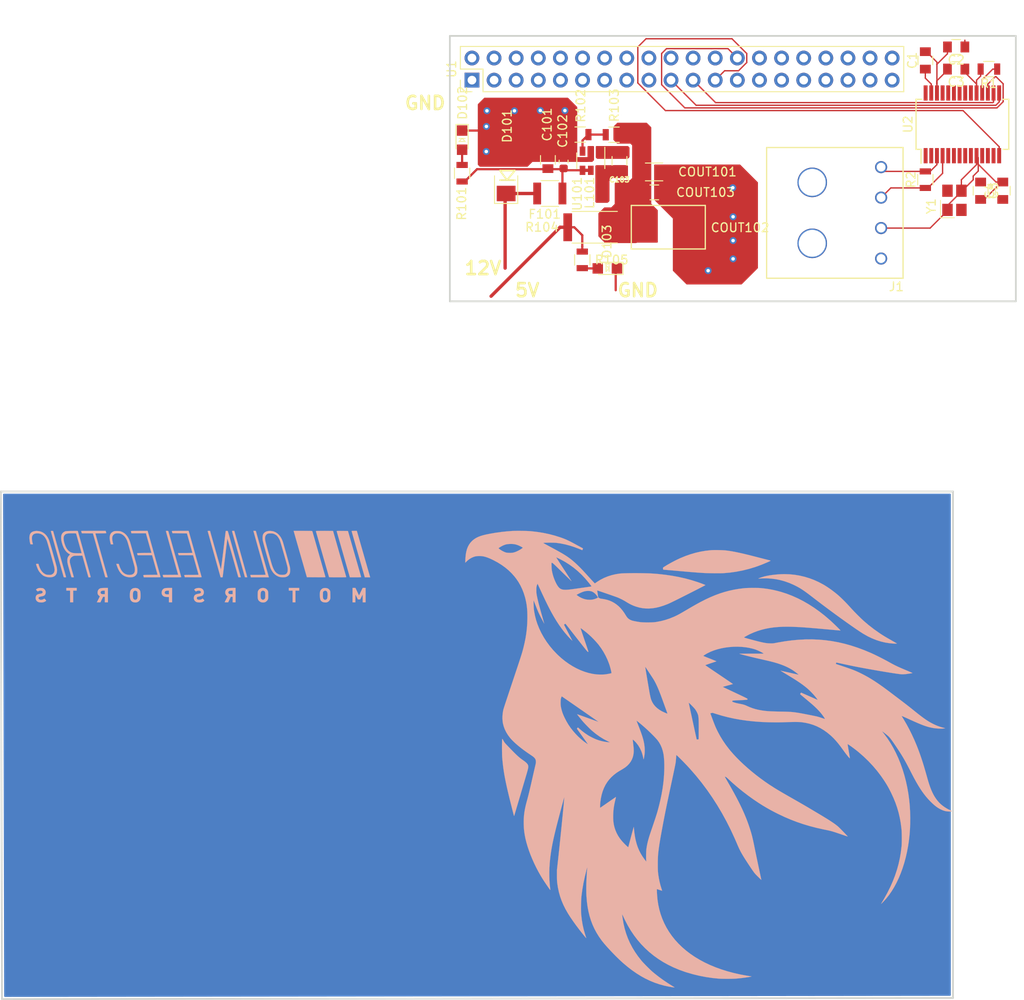
<source format=kicad_pcb>
(kicad_pcb (version 20171130) (host pcbnew 5.1.4-e60b266~84~ubuntu18.04.1)
  (layers (0 F.Cu signal) (31 B.Cu signal hide) (34 B.Paste user) (35 F.Paste user) (36 B.SilkS user) (37 F.SilkS user) (38 B.Mask user) (39 F.Mask user) (44 Edge.Cuts user))
  (net 0 "")
  (net 1 GND)
  (net 2 /12V)
  (net 3 VCC)
  (net 4 "Net-(C101-Pad1)")
  (net 5 "Net-(C103-Pad2)")
  (net 6 "Net-(C103-Pad1)")
  (net 7 "Net-(COUT101-Pad1)")
  (net 8 "Net-(D102-Pad2)")
  (net 9 "Net-(D103-Pad2)")
  (net 10 "Net-(R102-Pad1)")
  (net 11 "Net-(C4-Pad1)")
  (net 12 "Net-(C5-Pad1)")
  (net 13 +12V)
  (net 14 /CAN_LO)
  (net 15 /CAN_HI)
  (net 16 /RESET)
  (net 17 "Net-(U2-Pad2)")
  (net 18 "Net-(U2-Pad5)")
  (net 19 "Net-(U2-Pad6)")
  (net 20 "Net-(U2-Pad7)")
  (net 21 "Net-(U2-Pad11)")
  (net 22 "Net-(U2-Pad12)")
  (net 23 "Net-(U2-Pad13)")
  (net 24 /SCK)
  (net 25 /MOSI)
  (net 26 /MISO)
  (net 27 /~CS)
  (net 28 "Net-(U2-Pad20)")
  (net 29 "Net-(U2-Pad21)")
  (net 30 "Net-(U2-Pad22)")
  (net 31 "Net-(U2-Pad23)")
  (net 32 "Net-(U2-Pad25)")
  (net 33 "Net-(U1-Pad1)")
  (net 34 "Net-(U1-Pad2)")
  (net 35 "Net-(U1-Pad3)")
  (net 36 "Net-(U1-Pad5)")
  (net 37 "Net-(U1-Pad7)")
  (net 38 "Net-(U1-Pad8)")
  (net 39 "Net-(U1-Pad9)")
  (net 40 "Net-(U1-Pad10)")
  (net 41 "Net-(U1-Pad11)")
  (net 42 "Net-(U1-Pad12)")
  (net 43 "Net-(U1-Pad13)")
  (net 44 "Net-(U1-Pad14)")
  (net 45 "Net-(U1-Pad15)")
  (net 46 "Net-(U1-Pad16)")
  (net 47 "Net-(U1-Pad17)")
  (net 48 "Net-(U1-Pad18)")
  (net 49 "Net-(U1-Pad20)")
  (net 50 "Net-(U1-Pad22)")
  (net 51 "Net-(U1-Pad24)")
  (net 52 "Net-(U1-Pad25)")
  (net 53 "Net-(U1-Pad27)")
  (net 54 "Net-(U1-Pad28)")
  (net 55 "Net-(U1-Pad29)")
  (net 56 "Net-(U1-Pad30)")
  (net 57 "Net-(U1-Pad31)")
  (net 58 "Net-(U1-Pad32)")
  (net 59 "Net-(U1-Pad33)")
  (net 60 "Net-(U1-Pad34)")
  (net 61 "Net-(U1-Pad35)")
  (net 62 "Net-(U1-Pad36)")
  (net 63 "Net-(U1-Pad37)")
  (net 64 "Net-(U1-Pad38)")
  (net 65 "Net-(U1-Pad39)")
  (net 66 "Net-(U1-Pad40)")
  (module footprints:Fuse_1812 (layer F.Cu) (at 172.1993 46.101)
    (fp_text reference COUT102 (at 10.9957 0.049) (layer F.SilkS))
    (fp_text value C_33uF hide)
    (pad 2 smd rect (at 5.28 0) (size 1.78 3.5) (layers F.Cu F.Paste F.Mask) (net 1 GND))
    (pad 1 smd rect (at 0 0) (size 1.78 3.5) (layers F.Cu F.Paste F.Mask) (net 7 "Net-(COUT101-Pad1)"))
  )
  (module footprints:C_0805_OEM (layer F.Cu) (at 169.3418 38.481 270)
    (fp_text reference C103 (at 2.159 0.0032) (layer F.SilkS) (effects (font (size 0.6 0.6))))
    (fp_text value C_0.1uF hide)
    (pad 1 smd rect (at -1 0 270) (size 1 1.25) (layers F.Cu F.Paste F.Mask) (net 6 "Net-(C103-Pad1)"))
    (pad 2 smd rect (at 1 0 270) (size 1 1.25) (layers F.Cu F.Paste F.Mask) (net 5 "Net-(C103-Pad2)"))
  )
  (module footprints:Fuse_1210 (layer F.Cu) (at 161.3408 42.2275 180)
    (fp_text reference F101 (at 0.5958 -2.3725 180) (layer F.SilkS))
    (fp_text value F_500mA_16V hide)
    (pad 1 smd rect (at -1.45 0 180) (size 0.9 2.5) (layers F.Cu F.Paste F.Mask) (net 4 "Net-(C101-Pad1)"))
    (pad 2 smd rect (at 1.45 0 180) (size 0.9 2.5) (layers F.Cu F.Paste F.Mask) (net 2 /12V))
  )
  (module footprints:L_100uH (layer F.Cu) (at 168.8467 42.16654)
    (fp_text reference L101 (at -2.9267 -0.01654 270) (layer F.SilkS))
    (fp_text value L_100uH hide)
    (pad 2 smd rect (at 1.6 0) (size 1.2 2) (layers F.Cu F.Paste F.Mask) (net 7 "Net-(COUT101-Pad1)"))
    (pad 1 smd rect (at -1.6 0) (size 1.2 2) (layers F.Cu F.Paste F.Mask) (net 5 "Net-(C103-Pad2)"))
  )
  (module footprints:R_0805_OEM (layer F.Cu) (at 168.71442 35.47872 180)
    (fp_text reference R103 (at -0.03058 3.37872 270) (layer F.SilkS))
    (fp_text value R_100K hide)
    (pad 2 smd rect (at 0.95 0 180) (size 0.7 1.3) (layers F.Cu F.Paste F.Mask) (net 10 "Net-(R102-Pad1)"))
    (pad 1 smd rect (at -0.95 0 180) (size 0.7 1.3) (layers F.Cu F.Paste F.Mask) (net 7 "Net-(COUT101-Pad1)"))
  )
  (module footprints:R_0805_OEM (layer F.Cu) (at 164.82822 35.46348 180)
    (fp_text reference R102 (at -0.06678 3.31348 270) (layer F.SilkS))
    (fp_text value R_25K hide)
    (pad 1 smd rect (at -0.95 0 180) (size 0.7 1.3) (layers F.Cu F.Paste F.Mask) (net 10 "Net-(R102-Pad1)"))
    (pad 2 smd rect (at 0.95 0 180) (size 0.7 1.3) (layers F.Cu F.Paste F.Mask) (net 1 GND))
  )
  (module footprints:R_0805_OEM (layer F.Cu) (at 165.07 49.85 270)
    (fp_text reference R105 (at 0 -3.375) (layer F.SilkS))
    (fp_text value R_200 hide)
    (pad 2 smd rect (at 0.95 0 270) (size 0.7 1.3) (layers F.Cu F.Paste F.Mask) (net 9 "Net-(D103-Pad2)"))
    (pad 1 smd rect (at -0.95 0 270) (size 0.7 1.3) (layers F.Cu F.Paste F.Mask) (net 3 VCC))
  )
  (module footprints:R_2512_OEM (layer F.Cu) (at 166.4982 46.10608 180)
    (fp_text reference R104 (at 6.0532 0.00608 180) (layer F.SilkS))
    (fp_text value R_0_2512 hide)
    (pad 2 smd rect (at 3.1 0 180) (size 1 3.2) (layers F.Cu F.Paste F.Mask) (net 3 VCC))
    (pad 1 smd rect (at -3.1 0 180) (size 1 3.2) (layers F.Cu F.Paste F.Mask) (net 7 "Net-(COUT101-Pad1)"))
  )
  (module footprints:SOT-23-6_OEM (layer F.Cu) (at 166.0476 38.4658 270)
    (fp_text reference U101 (at 3.8092 1.5526 270) (layer F.SilkS))
    (fp_text value TPS560430YF hide)
    (pad 5 smd rect (at 1.1 0 270) (size 1.06 0.65) (layers F.Cu F.Paste F.Mask) (net 4 "Net-(C101-Pad1)"))
    (pad 6 smd rect (at 1.1 -0.95 270) (size 1.06 0.65) (layers F.Cu F.Paste F.Mask) (net 5 "Net-(C103-Pad2)"))
    (pad 4 smd rect (at 1.1 0.95 270) (size 1.06 0.65) (layers F.Cu F.Paste F.Mask) (net 4 "Net-(C101-Pad1)"))
    (pad 3 smd rect (at -1.1 0.95 270) (size 1.06 0.65) (layers F.Cu F.Paste F.Mask) (net 10 "Net-(R102-Pad1)"))
    (pad 2 smd rect (at -1.1 0 270) (size 1.06 0.65) (layers F.Cu F.Paste F.Mask) (net 1 GND))
    (pad 1 smd rect (at -1.1 -0.95 270) (size 1.06 0.65) (layers F.Cu F.Paste F.Mask) (net 6 "Net-(C103-Pad1)"))
  )
  (module footprints:C_1206_OEM (layer F.Cu) (at 173.3183 39.751)
    (fp_text reference COUT101 (at 6.1267 -0.001) (layer F.SilkS))
    (fp_text value C_22uF hide)
    (pad 2 smd rect (at 1.5 0) (size 1 1.6) (layers F.Cu F.Paste F.Mask) (net 1 GND))
    (pad 1 smd rect (at -1.5 0) (size 1 1.6) (layers F.Cu F.Paste F.Mask) (net 7 "Net-(COUT101-Pad1)"))
  )
  (module footprints:C_0805_OEM (layer F.Cu) (at 173.3423 42.1005)
    (fp_text reference COUT103 (at 5.8777 -0.0005) (layer F.SilkS))
    (fp_text value C_47uF hide)
    (pad 2 smd rect (at 1 0) (size 1 1.25) (layers F.Cu F.Paste F.Mask) (net 1 GND))
    (pad 1 smd rect (at -1 0) (size 1 1.25) (layers F.Cu F.Paste F.Mask) (net 7 "Net-(COUT101-Pad1)"))
  )
  (module footprints:DO-214AA (layer F.Cu) (at 156.3243 40.1955 90)
    (fp_text reference D101 (at 5.7205 0.1207 270) (layer F.SilkS))
    (fp_text value D_Zener_18V hide)
    (pad 1 smd rect (at -2.032 0 270) (size 1.778 2.159) (layers F.Cu F.Paste F.Mask) (net 2 /12V))
    (pad 2 smd rect (at 2.032 0 270) (size 1.778 2.159) (layers F.Cu F.Paste F.Mask) (net 1 GND))
  )
  (module footprints:LED_0805_OEM (layer F.Cu) (at 167.95 50.83 180)
    (fp_text reference D103 (at 0.05 3.1 270) (layer F.SilkS))
    (fp_text value LED_0805 hide)
    (pad 1 smd rect (at -1.1 0) (size 1.2 1.2) (layers F.Cu F.Paste F.Mask) (net 1 GND))
    (pad 2 smd rect (at 1.1 0) (size 1.2 1.2) (layers F.Cu F.Paste F.Mask) (net 9 "Net-(D103-Pad2)"))
  )
  (module footprints:Logo_Large (layer B.Cu) (at 121.158 85.09 180)
    (fp_text reference G*** hide)
    (fp_text value LOGO hide)
  )
  (module footprints:LED_0805_OEM (layer F.Cu) (at 151.27 36.1 270)
    (fp_text reference D102 (at -4.275 -0.05 90) (layer F.SilkS))
    (fp_text value LED_0805 hide)
    (pad 1 smd rect (at -1.1 0 90) (size 1.2 1.2) (layers F.Cu F.Paste F.Mask) (net 1 GND))
    (pad 2 smd rect (at 1.1 0 90) (size 1.2 1.2) (layers F.Cu F.Paste F.Mask) (net 8 "Net-(D102-Pad2)"))
  )
  (module footprints:R_0805_OEM (layer F.Cu) (at 151.27 39.9 90)
    (fp_text reference R101 (at -3.5 -0.05 270) (layer F.SilkS))
    (fp_text value R_200 hide)
    (pad 2 smd rect (at 0.95 0 90) (size 0.7 1.3) (layers F.Cu F.Paste F.Mask) (net 8 "Net-(D102-Pad2)"))
    (pad 1 smd rect (at -0.95 0 90) (size 0.7 1.3) (layers F.Cu F.Paste F.Mask) (net 4 "Net-(C101-Pad1)"))
  )
  (module footprints:phoenix (layer B.Cu) (at 179.578 107.188 180)
    (fp_text reference G*** hide)
    (fp_text value LOGO hide)
  )
  (module footprints:C_0805_OEM (layer F.Cu) (at 161.12236 38.37 90)
    (fp_text reference C101 (at 4.064 -0.08636 90) (layer F.SilkS))
    (fp_text value C_0.1uF hide)
    (pad 1 smd rect (at -1 0 90) (size 1 1.25) (layers F.Cu F.Paste F.Mask) (net 4 "Net-(C101-Pad1)"))
    (pad 2 smd rect (at 1 0 90) (size 1 1.25) (layers F.Cu F.Paste F.Mask) (net 1 GND))
  )
  (module footprints:C_0603_1608Metric (layer F.Cu) (at 162.9283 38.5605 90)
    (fp_text reference C102 (at 3.5085 -0.1143 90) (layer F.SilkS))
    (fp_text value C_2.2uF)
    (pad 2 smd roundrect (at 0.7875 0 90) (size 0.875 0.95) (layers F.Cu F.Paste F.Mask) (net 1 GND))
    (pad 1 smd roundrect (at -0.7875 0 90) (size 0.875 0.95) (layers F.Cu F.Paste F.Mask) (net 4 "Net-(C101-Pad1)"))
  )
  (module footprints:C_0805_OEM (layer F.Cu) (at 204.47 26.94 90)
    (fp_text reference C1 (at 0 -1.5 90) (layer F.SilkS))
    (fp_text value C_0.1uF hide)
    (pad 2 smd rect (at 1 0 90) (size 1 1.25) (layers F.Cu F.Paste F.Mask) (net 1 GND))
    (pad 1 smd rect (at -1 0 90) (size 1 1.25) (layers F.Cu F.Paste F.Mask) (net 3 VCC))
  )
  (module footprints:C_0805_OEM (layer F.Cu) (at 208.01 25.4 180)
    (fp_text reference C2 (at 0 -1.5) (layer F.SilkS))
    (fp_text value C_0.1uF hide)
    (pad 1 smd rect (at -1 0 180) (size 1 1.25) (layers F.Cu F.Paste F.Mask) (net 3 VCC))
    (pad 2 smd rect (at 1 0 180) (size 1 1.25) (layers F.Cu F.Paste F.Mask) (net 1 GND))
  )
  (module footprints:C_0805_OEM (layer F.Cu) (at 208.01 27.94 180)
    (fp_text reference C3 (at 0 -1.5) (layer F.SilkS))
    (fp_text value C_0.1uF hide)
    (pad 1 smd rect (at -1 0 180) (size 1 1.25) (layers F.Cu F.Paste F.Mask) (net 3 VCC))
    (pad 2 smd rect (at 1 0 180) (size 1 1.25) (layers F.Cu F.Paste F.Mask) (net 1 GND))
  )
  (module footprints:C_0805_OEM (layer F.Cu) (at 213.36 41.91 90)
    (fp_text reference C4 (at 0 -1.5 90) (layer F.SilkS))
    (fp_text value C_22pF hide)
    (pad 1 smd rect (at -1 0 90) (size 1 1.25) (layers F.Cu F.Paste F.Mask) (net 11 "Net-(C4-Pad1)"))
    (pad 2 smd rect (at 1 0 90) (size 1 1.25) (layers F.Cu F.Paste F.Mask) (net 1 GND))
  )
  (module footprints:C_0805_OEM (layer F.Cu) (at 210.82 41.91 270)
    (fp_text reference C5 (at 0 -1.5 90) (layer F.SilkS))
    (fp_text value C_22pF hide)
    (pad 2 smd rect (at 1 0 270) (size 1 1.25) (layers F.Cu F.Paste F.Mask) (net 1 GND))
    (pad 1 smd rect (at -1 0 270) (size 1 1.25) (layers F.Cu F.Paste F.Mask) (net 12 "Net-(C5-Pad1)"))
  )
  (module footprints:Ultrafit_4_RA (layer F.Cu) (at 199.39 44.45 180)
    (fp_text reference J1 (at -1.7526 -8.4836) (layer F.SilkS))
    (fp_text value Ultrafit_4_RA hide)
    (pad 1 thru_hole circle (at 0 -5.25 180) (size 1.397 1.397) (drill 1.02) (layers *.Cu *.Mask) (net 13 +12V))
    (pad 4 thru_hole circle (at 0 5.25 180) (size 1.397 1.397) (drill 1.02) (layers *.Cu *.Mask) (net 14 /CAN_LO))
    (pad "" thru_hole circle (at 7.91 3.5 180) (size 3.4 3.4) (drill 3.09) (layers *.Cu *.Mask))
    (pad 2 thru_hole circle (at 0 -1.75 180) (size 1.397 1.397) (drill 1.02) (layers *.Cu *.Mask) (net 1 GND))
    (pad 3 thru_hole circle (at 0 1.75 180) (size 1.397 1.397) (drill 1.02) (layers *.Cu *.Mask) (net 15 /CAN_HI))
    (pad "" thru_hole circle (at 7.91 -3.5 180) (size 3.4 3.4) (drill 3.09) (layers *.Cu *.Mask))
  )
  (module footprints:R_0805_OEM (layer F.Cu) (at 211.77 27.94 180)
    (fp_text reference R1 (at 0 -1.65) (layer F.SilkS))
    (fp_text value R_10K hide)
    (pad 2 smd rect (at 0.95 0 180) (size 0.7 1.3) (layers F.Cu F.Paste F.Mask) (net 3 VCC))
    (pad 1 smd rect (at -0.95 0 180) (size 0.7 1.3) (layers F.Cu F.Paste F.Mask) (net 16 /RESET))
  )
  (module footprints:R_0805_OEM (layer F.Cu) (at 204.47 40.64 90)
    (fp_text reference R2 (at 0 -1.65 90) (layer F.SilkS))
    (fp_text value R_120 hide)
    (pad 1 smd rect (at -0.95 0 90) (size 0.7 1.3) (layers F.Cu F.Paste F.Mask) (net 15 /CAN_HI))
    (pad 2 smd rect (at 0.95 0 90) (size 0.7 1.3) (layers F.Cu F.Paste F.Mask) (net 14 /CAN_LO))
  )
  (module Package_SO:SSOP-28_5.3x10.2mm_P0.65mm (layer F.Cu) (at 208.725001 34.284999 90)
    (fp_text reference U2 (at 0 -6.25 90) (layer F.SilkS))
    (fp_text value MCP25625-x-SS)
    (pad 1 smd rect (at -3.6 -4.225 90) (size 1.75 0.45) (layers F.Cu F.Paste F.Mask) (net 3 VCC))
    (pad 2 smd rect (at -3.6 -3.575 90) (size 1.75 0.45) (layers F.Cu F.Paste F.Mask) (net 17 "Net-(U2-Pad2)"))
    (pad 3 smd rect (at -3.6 -2.925 90) (size 1.75 0.45) (layers F.Cu F.Paste F.Mask) (net 14 /CAN_LO))
    (pad 4 smd rect (at -3.6 -2.275 90) (size 1.75 0.45) (layers F.Cu F.Paste F.Mask) (net 15 /CAN_HI))
    (pad 5 smd rect (at -3.6 -1.625 90) (size 1.75 0.45) (layers F.Cu F.Paste F.Mask) (net 18 "Net-(U2-Pad5)"))
    (pad 6 smd rect (at -3.6 -0.975 90) (size 1.75 0.45) (layers F.Cu F.Paste F.Mask) (net 19 "Net-(U2-Pad6)"))
    (pad 7 smd rect (at -3.6 -0.325 90) (size 1.75 0.45) (layers F.Cu F.Paste F.Mask) (net 20 "Net-(U2-Pad7)"))
    (pad 8 smd rect (at -3.6 0.325 90) (size 1.75 0.45) (layers F.Cu F.Paste F.Mask) (net 12 "Net-(C5-Pad1)"))
    (pad 9 smd rect (at -3.6 0.975 90) (size 1.75 0.45) (layers F.Cu F.Paste F.Mask) (net 11 "Net-(C4-Pad1)"))
    (pad 10 smd rect (at -3.6 1.625 90) (size 1.75 0.45) (layers F.Cu F.Paste F.Mask) (net 1 GND))
    (pad 11 smd rect (at -3.6 2.275 90) (size 1.75 0.45) (layers F.Cu F.Paste F.Mask) (net 21 "Net-(U2-Pad11)"))
    (pad 12 smd rect (at -3.6 2.925 90) (size 1.75 0.45) (layers F.Cu F.Paste F.Mask) (net 22 "Net-(U2-Pad12)"))
    (pad 13 smd rect (at -3.6 3.575 90) (size 1.75 0.45) (layers F.Cu F.Paste F.Mask) (net 23 "Net-(U2-Pad13)"))
    (pad 14 smd rect (at -3.6 4.225 90) (size 1.75 0.45) (layers F.Cu F.Paste F.Mask) (net 24 /SCK))
    (pad 15 smd rect (at 3.6 4.225 90) (size 1.75 0.45) (layers F.Cu F.Paste F.Mask) (net 25 /MOSI))
    (pad 16 smd rect (at 3.6 3.575 90) (size 1.75 0.45) (layers F.Cu F.Paste F.Mask) (net 26 /MISO))
    (pad 17 smd rect (at 3.6 2.925 90) (size 1.75 0.45) (layers F.Cu F.Paste F.Mask) (net 27 /~CS))
    (pad 18 smd rect (at 3.6 2.275 90) (size 1.75 0.45) (layers F.Cu F.Paste F.Mask) (net 16 /RESET))
    (pad 19 smd rect (at 3.6 1.625 90) (size 1.75 0.45) (layers F.Cu F.Paste F.Mask) (net 3 VCC))
    (pad 20 smd rect (at 3.6 0.975 90) (size 1.75 0.45) (layers F.Cu F.Paste F.Mask) (net 28 "Net-(U2-Pad20)"))
    (pad 21 smd rect (at 3.6 0.325 90) (size 1.75 0.45) (layers F.Cu F.Paste F.Mask) (net 29 "Net-(U2-Pad21)"))
    (pad 22 smd rect (at 3.6 -0.325 90) (size 1.75 0.45) (layers F.Cu F.Paste F.Mask) (net 30 "Net-(U2-Pad22)"))
    (pad 23 smd rect (at 3.6 -0.975 90) (size 1.75 0.45) (layers F.Cu F.Paste F.Mask) (net 31 "Net-(U2-Pad23)"))
    (pad 24 smd rect (at 3.6 -1.625 90) (size 1.75 0.45) (layers F.Cu F.Paste F.Mask) (net 28 "Net-(U2-Pad20)"))
    (pad 25 smd rect (at 3.6 -2.275 90) (size 1.75 0.45) (layers F.Cu F.Paste F.Mask) (net 32 "Net-(U2-Pad25)"))
    (pad 26 smd rect (at 3.6 -2.925 90) (size 1.75 0.45) (layers F.Cu F.Paste F.Mask) (net 1 GND))
    (pad 27 smd rect (at 3.6 -3.575 90) (size 1.75 0.45) (layers F.Cu F.Paste F.Mask) (net 3 VCC))
    (pad 28 smd rect (at 3.6 -4.225 90) (size 1.75 0.45) (layers F.Cu F.Paste F.Mask) (net 29 "Net-(U2-Pad21)"))
  )
  (module footprints:Crystal_SMD_FA238 (layer F.Cu) (at 207.81 43.01 90)
    (fp_text reference Y1 (at -0.67564 -2.66192 90) (layer F.SilkS))
    (fp_text value Crystal_SMD hide)
    (pad 1 smd rect (at -1.1 0.8 90) (size 1.4 1.2) (layers F.Cu F.Mask) (net 11 "Net-(C4-Pad1)"))
    (pad 2 smd rect (at 1.1 0.8 90) (size 1.4 1.2) (layers F.Cu F.Mask) (net 1 GND))
    (pad 3 smd rect (at 1.1 -0.8 90) (size 1.4 1.2) (layers F.Cu F.Mask) (net 12 "Net-(C5-Pad1)"))
    (pad 4 smd rect (at -1.1 -0.8 90) (size 1.4 1.2) (layers F.Cu F.Mask) (net 1 GND))
  )
  (module Connector_PinHeader_2.54mm:PinHeader_2x20_P2.54mm_Vertical (layer F.Cu) (at 152.4 29.21 90)
    (fp_text reference U1 (at 1.27 -2.33 90) (layer F.SilkS))
    (fp_text value "Raspberry Pi Zero W")
    (pad 1 thru_hole rect (at 0 0 90) (size 1.7 1.7) (drill 1) (layers *.Cu *.Mask) (net 33 "Net-(U1-Pad1)"))
    (pad 2 thru_hole oval (at 2.54 0 90) (size 1.7 1.7) (drill 1) (layers *.Cu *.Mask) (net 34 "Net-(U1-Pad2)"))
    (pad 3 thru_hole oval (at 0 2.54 90) (size 1.7 1.7) (drill 1) (layers *.Cu *.Mask) (net 35 "Net-(U1-Pad3)"))
    (pad 4 thru_hole oval (at 2.54 2.54 90) (size 1.7 1.7) (drill 1) (layers *.Cu *.Mask) (net 3 VCC))
    (pad 5 thru_hole oval (at 0 5.08 90) (size 1.7 1.7) (drill 1) (layers *.Cu *.Mask) (net 36 "Net-(U1-Pad5)"))
    (pad 6 thru_hole oval (at 2.54 5.08 90) (size 1.7 1.7) (drill 1) (layers *.Cu *.Mask) (net 1 GND))
    (pad 7 thru_hole oval (at 0 7.62 90) (size 1.7 1.7) (drill 1) (layers *.Cu *.Mask) (net 37 "Net-(U1-Pad7)"))
    (pad 8 thru_hole oval (at 2.54 7.62 90) (size 1.7 1.7) (drill 1) (layers *.Cu *.Mask) (net 38 "Net-(U1-Pad8)"))
    (pad 9 thru_hole oval (at 0 10.16 90) (size 1.7 1.7) (drill 1) (layers *.Cu *.Mask) (net 39 "Net-(U1-Pad9)"))
    (pad 10 thru_hole oval (at 2.54 10.16 90) (size 1.7 1.7) (drill 1) (layers *.Cu *.Mask) (net 40 "Net-(U1-Pad10)"))
    (pad 11 thru_hole oval (at 0 12.7 90) (size 1.7 1.7) (drill 1) (layers *.Cu *.Mask) (net 41 "Net-(U1-Pad11)"))
    (pad 12 thru_hole oval (at 2.54 12.7 90) (size 1.7 1.7) (drill 1) (layers *.Cu *.Mask) (net 42 "Net-(U1-Pad12)"))
    (pad 13 thru_hole oval (at 0 15.24 90) (size 1.7 1.7) (drill 1) (layers *.Cu *.Mask) (net 43 "Net-(U1-Pad13)"))
    (pad 14 thru_hole oval (at 2.54 15.24 90) (size 1.7 1.7) (drill 1) (layers *.Cu *.Mask) (net 44 "Net-(U1-Pad14)"))
    (pad 15 thru_hole oval (at 0 17.78 90) (size 1.7 1.7) (drill 1) (layers *.Cu *.Mask) (net 45 "Net-(U1-Pad15)"))
    (pad 16 thru_hole oval (at 2.54 17.78 90) (size 1.7 1.7) (drill 1) (layers *.Cu *.Mask) (net 46 "Net-(U1-Pad16)"))
    (pad 17 thru_hole oval (at 0 20.32 90) (size 1.7 1.7) (drill 1) (layers *.Cu *.Mask) (net 47 "Net-(U1-Pad17)"))
    (pad 18 thru_hole oval (at 2.54 20.32 90) (size 1.7 1.7) (drill 1) (layers *.Cu *.Mask) (net 48 "Net-(U1-Pad18)"))
    (pad 19 thru_hole oval (at 0 22.86 90) (size 1.7 1.7) (drill 1) (layers *.Cu *.Mask) (net 25 /MOSI))
    (pad 20 thru_hole oval (at 2.54 22.86 90) (size 1.7 1.7) (drill 1) (layers *.Cu *.Mask) (net 49 "Net-(U1-Pad20)"))
    (pad 21 thru_hole oval (at 0 25.4 90) (size 1.7 1.7) (drill 1) (layers *.Cu *.Mask) (net 26 /MISO))
    (pad 22 thru_hole oval (at 2.54 25.4 90) (size 1.7 1.7) (drill 1) (layers *.Cu *.Mask) (net 50 "Net-(U1-Pad22)"))
    (pad 23 thru_hole oval (at 0 27.94 90) (size 1.7 1.7) (drill 1) (layers *.Cu *.Mask) (net 24 /SCK))
    (pad 24 thru_hole oval (at 2.54 27.94 90) (size 1.7 1.7) (drill 1) (layers *.Cu *.Mask) (net 51 "Net-(U1-Pad24)"))
    (pad 25 thru_hole oval (at 0 30.48 90) (size 1.7 1.7) (drill 1) (layers *.Cu *.Mask) (net 52 "Net-(U1-Pad25)"))
    (pad 26 thru_hole oval (at 2.54 30.48 90) (size 1.7 1.7) (drill 1) (layers *.Cu *.Mask) (net 27 /~CS))
    (pad 27 thru_hole oval (at 0 33.02 90) (size 1.7 1.7) (drill 1) (layers *.Cu *.Mask) (net 53 "Net-(U1-Pad27)"))
    (pad 28 thru_hole oval (at 2.54 33.02 90) (size 1.7 1.7) (drill 1) (layers *.Cu *.Mask) (net 54 "Net-(U1-Pad28)"))
    (pad 29 thru_hole oval (at 0 35.56 90) (size 1.7 1.7) (drill 1) (layers *.Cu *.Mask) (net 55 "Net-(U1-Pad29)"))
    (pad 30 thru_hole oval (at 2.54 35.56 90) (size 1.7 1.7) (drill 1) (layers *.Cu *.Mask) (net 56 "Net-(U1-Pad30)"))
    (pad 31 thru_hole oval (at 0 38.1 90) (size 1.7 1.7) (drill 1) (layers *.Cu *.Mask) (net 57 "Net-(U1-Pad31)"))
    (pad 32 thru_hole oval (at 2.54 38.1 90) (size 1.7 1.7) (drill 1) (layers *.Cu *.Mask) (net 58 "Net-(U1-Pad32)"))
    (pad 33 thru_hole oval (at 0 40.64 90) (size 1.7 1.7) (drill 1) (layers *.Cu *.Mask) (net 59 "Net-(U1-Pad33)"))
    (pad 34 thru_hole oval (at 2.54 40.64 90) (size 1.7 1.7) (drill 1) (layers *.Cu *.Mask) (net 60 "Net-(U1-Pad34)"))
    (pad 35 thru_hole oval (at 0 43.18 90) (size 1.7 1.7) (drill 1) (layers *.Cu *.Mask) (net 61 "Net-(U1-Pad35)"))
    (pad 36 thru_hole oval (at 2.54 43.18 90) (size 1.7 1.7) (drill 1) (layers *.Cu *.Mask) (net 62 "Net-(U1-Pad36)"))
    (pad 37 thru_hole oval (at 0 45.72 90) (size 1.7 1.7) (drill 1) (layers *.Cu *.Mask) (net 63 "Net-(U1-Pad37)"))
    (pad 38 thru_hole oval (at 2.54 45.72 90) (size 1.7 1.7) (drill 1) (layers *.Cu *.Mask) (net 64 "Net-(U1-Pad38)"))
    (pad 39 thru_hole oval (at 0 48.26 90) (size 1.7 1.7) (drill 1) (layers *.Cu *.Mask) (net 65 "Net-(U1-Pad39)"))
    (pad 40 thru_hole oval (at 2.54 48.26 90) (size 1.7 1.7) (drill 1) (layers *.Cu *.Mask) (net 66 "Net-(U1-Pad40)"))
  )
  (gr_line (start 214.86 24.13) (end 149.86 24.13) (layer Edge.Cuts) (width 0.2))
  (gr_line (start 214.86 24.13) (end 214.86 54.61) (layer Edge.Cuts) (width 0.2))
  (gr_line (start 149.86 54.61) (end 214.86 54.61) (layer Edge.Cuts) (width 0.2))
  (gr_line (start 149.86 24.13) (end 149.86 54.61) (layer Edge.Cuts) (width 0.2))
  (gr_line (start 98.425 134.747) (end 98.298 76.454) (layer Edge.Cuts) (width 0.2))
  (gr_line (start 207.645 134.62) (end 98.425 134.747) (layer Edge.Cuts) (width 0.2))
  (gr_line (start 207.645 76.454) (end 207.645 134.62) (layer Edge.Cuts) (width 0.2))
  (gr_line (start 98.298 76.454) (end 207.645 76.454) (layer Edge.Cuts) (width 0.2))
  (gr_text GND (at 147.02282 31.8389) (layer F.SilkS) (effects (font (size 1.5 1.5) (thickness 0.3))))
  (gr_text 5V (at 158.75 53.34) (layer F.SilkS) (effects (font (size 1.5 1.5) (thickness 0.3))))
  (gr_text GND (at 171.45 53.34) (layer F.SilkS) (effects (font (size 1.5 1.5) (thickness 0.3))))
  (gr_text 12V (at 153.67 50.8) (layer F.SilkS) (effects (font (size 1.5 1.5) (thickness 0.3))))
  (via (at 182.38978 44.89958) (size 0.8) (drill 0.4) (layers F.Cu B.Cu) (net 1))
  (segment (start 182.38978 49.73574) (end 182.49138 49.83734) (width 0.25) (layer F.Cu) (net 1))
  (segment (start 142.98422 105.06456) (end 142.98422 108.36402) (width 0.25) (layer B.Cu) (net 1))
  (segment (start 142.98422 108.36402) (end 143.01978 108.39958) (width 0.25) (layer B.Cu) (net 1))
  (via (at 182.35422 41.56456) (size 0.8) (drill 0.4) (layers F.Cu B.Cu) (net 1))
  (via (at 182.38978 49.73574) (size 0.8) (drill 0.4) (layers F.Cu B.Cu) (net 1))
  (segment (start 143.01978 112.670055) (end 143.02232 112.667515) (width 0.25) (layer B.Cu) (net 1))
  (segment (start 143.01978 113.23574) (end 143.01978 112.670055) (width 0.25) (layer B.Cu) (net 1))
  (via (at 182.38978 47.63516) (size 0.8) (drill 0.4) (layers F.Cu B.Cu) (net 1))
  (segment (start 143.02232 111.1377) (end 143.01978 111.13516) (width 0.25) (layer B.Cu) (net 1))
  (segment (start 143.02232 112.667515) (end 143.02232 111.1377) (width 0.25) (layer B.Cu) (net 1))
  (via (at 163.07562 32.70504) (size 0.8) (drill 0.4) (layers F.Cu B.Cu) (net 1))
  (via (at 160.24606 32.69234) (size 0.8) (drill 0.4) (layers F.Cu B.Cu) (net 1))
  (segment (start 123.70562 96.20504) (end 120.88876 96.20504) (width 0.381) (layer B.Cu) (net 1))
  (segment (start 120.88876 96.20504) (end 120.87606 96.19234) (width 0.381) (layer B.Cu) (net 1))
  (via (at 157.2768 32.73044) (size 0.8) (drill 0.4) (layers F.Cu B.Cu) (net 1))
  (segment (start 157.3149 32.69234) (end 157.2768 32.73044) (width 0.381) (layer F.Cu) (net 1))
  (segment (start 117.9068 96.23044) (end 117.341115 96.23044) (width 0.381) (layer B.Cu) (net 1))
  (via (at 154.12212 32.73044) (size 0.8) (drill 0.4) (layers F.Cu B.Cu) (net 1))
  (segment (start 117.341115 96.23044) (end 114.75212 96.23044) (width 0.381) (layer B.Cu) (net 1))
  (via (at 154.05862 34.52876) (size 0.8) (drill 0.4) (layers F.Cu B.Cu) (net 1))
  (segment (start 154.12212 34.46526) (end 154.05862 34.52876) (width 0.381) (layer F.Cu) (net 1))
  (via (at 154.04592 37.40912) (size 0.8) (drill 0.4) (layers F.Cu B.Cu) (net 1))
  (segment (start 114.68862 98.02876) (end 114.68862 100.89642) (width 0.381) (layer B.Cu) (net 1))
  (segment (start 114.68862 100.89642) (end 114.67592 100.90912) (width 0.381) (layer B.Cu) (net 1))
  (segment (start 155.56992 37.40912) (end 156.3243 38.1635) (width 0.381) (layer F.Cu) (net 1))
  (via (at 179.52466 51.08956) (size 0.8) (drill 0.4) (layers F.Cu B.Cu) (net 1))
  (segment (start 139.34948 114.58956) (end 140.15466 114.58956) (width 0.25) (layer B.Cu) (net 1))
  (segment (start 132.0292 121.90984) (end 139.34948 114.58956) (width 0.25) (layer B.Cu) (net 1))
  (segment (start 156.1338 38.1635) (end 156.3243 38.1635) (width 0.1524) (layer F.Cu) (net 1))
  (segment (start 168.91 53.34) (end 168.91 50.67064) (width 0.254) (layer F.Cu) (net 1))
  (segment (start 181.18836 46.101) (end 182.38978 44.89958) (width 0.254) (layer F.Cu) (net 1))
  (segment (start 177.4793 46.101) (end 181.18836 46.101) (width 0.254) (layer F.Cu) (net 1))
  (segment (start 162.62512 37.86368) (end 162.9283 37.5605) (width 0.254) (layer F.Cu) (net 1))
  (segment (start 161.12236 37.86368) (end 162.62512 37.86368) (width 0.254) (layer F.Cu) (net 1))
  (segment (start 163.0533 37.5605) (end 162.9283 37.5605) (width 0.254) (layer F.Cu) (net 1))
  (segment (start 163.87822 36.73558) (end 163.0533 37.5605) (width 0.254) (layer F.Cu) (net 1))
  (segment (start 163.87822 35.46348) (end 163.87822 36.73558) (width 0.254) (layer F.Cu) (net 1))
  (segment (start 163.87822 33.50764) (end 163.07562 32.70504) (width 0.254) (layer F.Cu) (net 1))
  (segment (start 163.87822 35.46348) (end 163.87822 33.50764) (width 0.254) (layer F.Cu) (net 1))
  (segment (start 153.58738 35) (end 154.05862 34.52876) (width 0.254) (layer F.Cu) (net 1))
  (segment (start 151.27 35) (end 153.58738 35) (width 0.254) (layer F.Cu) (net 1))
  (segment (start 174.8183 41.6245) (end 174.3423 42.1005) (width 0.254) (layer F.Cu) (net 1))
  (segment (start 174.8183 39.751) (end 174.8183 41.6245) (width 0.254) (layer F.Cu) (net 1))
  (segment (start 177.4793 45.3625) (end 177.4793 46.101) (width 0.254) (layer F.Cu) (net 1))
  (segment (start 174.3423 42.2255) (end 177.4793 45.3625) (width 0.254) (layer F.Cu) (net 1))
  (segment (start 174.3423 42.1005) (end 174.3423 42.2255) (width 0.254) (layer F.Cu) (net 1))
  (segment (start 166.0476 38.1498) (end 166.0476 37.3658) (width 0.254) (layer F.Cu) (net 1))
  (segment (start 166.022199 38.175201) (end 166.0476 38.1498) (width 0.254) (layer F.Cu) (net 1))
  (segment (start 164.422001 38.175201) (end 166.022199 38.175201) (width 0.254) (layer F.Cu) (net 1))
  (segment (start 163.8073 37.5605) (end 164.422001 38.175201) (width 0.254) (layer F.Cu) (net 1))
  (segment (start 162.9283 37.5605) (end 163.8073 37.5605) (width 0.254) (layer F.Cu) (net 1))
  (segment (start 154.8003 38.1635) (end 154.04592 37.40912) (width 0.254) (layer F.Cu) (net 1))
  (segment (start 156.3243 38.1635) (end 154.8003 38.1635) (width 0.254) (layer F.Cu) (net 1))
  (segment (start 213.235 40.91) (end 213.36 40.91) (width 0.1524) (layer F.Cu) (net 1))
  (segment (start 211.235 42.91) (end 213.235 40.91) (width 0.1524) (layer F.Cu) (net 1))
  (segment (start 210.82 42.91) (end 211.235 42.91) (width 0.1524) (layer F.Cu) (net 1))
  (segment (start 213.36 40.91) (end 213.485 40.91) (width 0.1524) (layer F.Cu) (net 1))
  (segment (start 210.350001 38.912399) (end 210.350001 37.884999) (width 0.1524) (layer F.Cu) (net 1))
  (segment (start 208.61 40.6524) (end 210.350001 38.912399) (width 0.1524) (layer F.Cu) (net 1))
  (segment (start 208.61 41.91) (end 208.61 40.6524) (width 0.1524) (layer F.Cu) (net 1))
  (segment (start 209.966399 40.227119) (end 210.5464 39.647118) (width 0.1524) (layer F.Cu) (net 1))
  (segment (start 209.966399 40.653601) (end 209.966399 40.227119) (width 0.1524) (layer F.Cu) (net 1))
  (segment (start 207.01 44.11) (end 207.01 43.61) (width 0.1524) (layer F.Cu) (net 1))
  (segment (start 207.01 43.61) (end 209.966399 40.653601) (width 0.1524) (layer F.Cu) (net 1))
  (segment (start 210.5464 39.647118) (end 210.5464 38.94288) (width 0.1524) (layer F.Cu) (net 1))
  (segment (start 210.5464 38.94288) (end 210.5464 38.1) (width 0.1524) (layer F.Cu) (net 1))
  (segment (start 205.800001 29.4074) (end 205.800001 29.657599) (width 0.1524) (layer F.Cu) (net 1))
  (segment (start 205.800001 29.274999) (end 205.800001 29.657599) (width 0.1524) (layer F.Cu) (net 1))
  (segment (start 207.01 28.065) (end 205.800001 29.274999) (width 0.1524) (layer F.Cu) (net 1))
  (segment (start 207.01 27.94) (end 207.01 28.065) (width 0.1524) (layer F.Cu) (net 1))
  (segment (start 205.800001 27.387399) (end 205.800001 29.657599) (width 0.1524) (layer F.Cu) (net 1))
  (segment (start 205.800001 29.657599) (end 205.800001 30.684999) (width 0.1524) (layer F.Cu) (net 1))
  (segment (start 207.01 26.1774) (end 205.800001 27.387399) (width 0.1524) (layer F.Cu) (net 1))
  (segment (start 207.01 25.4) (end 207.01 26.1774) (width 0.1524) (layer F.Cu) (net 1))
  (segment (start 207.01 44.21) (end 207.01 44.11) (width 0.1524) (layer F.Cu) (net 1))
  (segment (start 205.02 46.2) (end 207.01 44.21) (width 0.1524) (layer F.Cu) (net 1))
  (segment (start 199.39 46.2) (end 205.02 46.2) (width 0.1524) (layer F.Cu) (net 1))
  (segment (start 210.350001 38.677401) (end 210.350001 37.884999) (width 0.1524) (layer F.Cu) (net 1))
  (segment (start 212.5826 40.91) (end 210.350001 38.677401) (width 0.1524) (layer F.Cu) (net 1))
  (segment (start 213.36 40.91) (end 212.5826 40.91) (width 0.1524) (layer F.Cu) (net 1))
  (segment (start 204.595 25.94) (end 204.47 25.94) (width 0.1524) (layer F.Cu) (net 1))
  (segment (start 205.800001 27.145001) (end 204.595 25.94) (width 0.1524) (layer F.Cu) (net 1))
  (segment (start 205.800001 27.387399) (end 205.800001 27.145001) (width 0.1524) (layer F.Cu) (net 1))
  (segment (start 156.27666 42.27514) (end 156.3243 42.2275) (width 0.381) (layer F.Cu) (net 2))
  (segment (start 156.15666 42.39514) (end 156.3243 42.2275) (width 0.381) (layer F.Cu) (net 2))
  (segment (start 156.21 50.8) (end 156.21 41.74744) (width 0.381) (layer F.Cu) (net 2))
  (segment (start 156.3243 42.2275) (end 159.8908 42.2275) (width 0.381) (layer F.Cu) (net 2))
  (segment (start 162.5172 46.10608) (end 154.59828 54.025) (width 0.381) (layer F.Cu) (net 3))
  (segment (start 163.3982 46.10608) (end 162.5172 46.10608) (width 0.381) (layer F.Cu) (net 3))
  (segment (start 165.07 47.02388) (end 165.07 48.296) (width 0.254) (layer F.Cu) (net 3))
  (segment (start 164.1522 46.10608) (end 165.07 47.02388) (width 0.254) (layer F.Cu) (net 3))
  (segment (start 165.07 48.296) (end 165.07 48.9) (width 0.254) (layer F.Cu) (net 3))
  (segment (start 163.3982 46.10608) (end 164.1522 46.10608) (width 0.254) (layer F.Cu) (net 3))
  (segment (start 209.01 27.94) (end 209.01 28.317598) (width 0.1524) (layer F.Cu) (net 3))
  (segment (start 209.01 28.317598) (end 210.350001 29.657599) (width 0.1524) (layer F.Cu) (net 3))
  (segment (start 210.350001 29.657599) (end 210.350001 30.684999) (width 0.1524) (layer F.Cu) (net 3))
  (segment (start 210.82 28.7424) (end 210.350001 29.212399) (width 0.1524) (layer F.Cu) (net 3))
  (segment (start 210.350001 29.212399) (end 210.350001 29.657599) (width 0.1524) (layer F.Cu) (net 3))
  (segment (start 210.82 27.94) (end 210.82 28.7424) (width 0.1524) (layer F.Cu) (net 3))
  (segment (start 209.01 25.4) (end 209.01 24.6226) (width 0.1524) (layer F.Cu) (net 3))
  (segment (start 205.150001 29.657599) (end 205.150001 30.684999) (width 0.1524) (layer F.Cu) (net 3))
  (segment (start 204.47 27.94) (end 204.47 28.977598) (width 0.1524) (layer F.Cu) (net 3))
  (segment (start 204.47 28.977598) (end 205.150001 29.657599) (width 0.1524) (layer F.Cu) (net 3))
  (segment (start 165.0976 39.5658) (end 166.0476 39.5658) (width 0.381) (layer F.Cu) (net 4))
  (segment (start 162.80648 39.43868) (end 162.9283 39.5605) (width 0.254) (layer F.Cu) (net 4))
  (segment (start 161.12236 39.43868) (end 162.80648 39.43868) (width 0.254) (layer F.Cu) (net 4))
  (segment (start 165.0923 39.5605) (end 165.0976 39.5658) (width 0.254) (layer F.Cu) (net 4))
  (segment (start 162.9283 39.5605) (end 165.0923 39.5605) (width 0.254) (layer F.Cu) (net 4))
  (segment (start 162.7908 39.698) (end 162.9283 39.5605) (width 0.254) (layer F.Cu) (net 4))
  (segment (start 162.7908 42.2275) (end 162.7908 39.698) (width 0.254) (layer F.Cu) (net 4))
  (segment (start 151.27 40.85) (end 151.57 40.85) (width 0.254) (layer F.Cu) (net 4))
  (segment (start 160.54736 39.43868) (end 161.12236 39.43868) (width 0.254) (layer F.Cu) (net 4))
  (segment (start 151.57 40.85) (end 152.98132 39.43868) (width 0.254) (layer F.Cu) (net 4))
  (segment (start 152.98132 39.43868) (end 160.54736 39.43868) (width 0.254) (layer F.Cu) (net 4))
  (segment (start 166.9976 41.91744) (end 167.2467 42.16654) (width 0.25) (layer F.Cu) (net 5))
  (segment (start 169.257 39.5658) (end 169.3418 39.481) (width 0.254) (layer F.Cu) (net 5))
  (segment (start 166.9976 39.5658) (end 169.257 39.5658) (width 0.254) (layer F.Cu) (net 5))
  (segment (start 167.2467 42.16654) (end 167.2467 39.8149) (width 0.254) (layer F.Cu) (net 5))
  (segment (start 167.2467 39.8149) (end 166.9976 39.5658) (width 0.254) (layer F.Cu) (net 5))
  (segment (start 169.2266 37.3658) (end 169.3418 37.481) (width 0.254) (layer F.Cu) (net 6))
  (segment (start 166.9976 37.3658) (end 169.2266 37.3658) (width 0.254) (layer F.Cu) (net 6))
  (segment (start 169.66442 35.47872) (end 169.66442 35.17872) (width 0.25) (layer F.Cu) (net 7))
  (segment (start 169.60328 46.101) (end 169.5982 46.10608) (width 0.25) (layer F.Cu) (net 7))
  (segment (start 172.25264 42.16654) (end 172.34154 42.07764) (width 0.25) (layer F.Cu) (net 7))
  (segment (start 172.34154 45.95876) (end 172.1993 46.101) (width 0.25) (layer F.Cu) (net 7))
  (segment (start 172.19422 46.10608) (end 172.1993 46.101) (width 0.254) (layer F.Cu) (net 7))
  (segment (start 169.5982 46.10608) (end 172.19422 46.10608) (width 0.254) (layer F.Cu) (net 7))
  (segment (start 172.3423 45.958) (end 172.1993 46.101) (width 0.254) (layer F.Cu) (net 7))
  (segment (start 172.3423 42.1005) (end 172.3423 45.958) (width 0.254) (layer F.Cu) (net 7))
  (segment (start 172.27626 42.16654) (end 172.3423 42.1005) (width 0.254) (layer F.Cu) (net 7))
  (segment (start 170.4467 42.16654) (end 172.27626 42.16654) (width 0.254) (layer F.Cu) (net 7))
  (segment (start 171.8183 41.5765) (end 172.3423 42.1005) (width 0.254) (layer F.Cu) (net 7))
  (segment (start 171.8183 39.751) (end 171.8183 41.5765) (width 0.254) (layer F.Cu) (net 7))
  (segment (start 170.26842 35.47872) (end 169.66442 35.47872) (width 0.254) (layer F.Cu) (net 7))
  (segment (start 171.8183 37.0286) (end 170.26842 35.47872) (width 0.254) (layer F.Cu) (net 7))
  (segment (start 171.8183 39.751) (end 171.8183 37.0286) (width 0.254) (layer F.Cu) (net 7))
  (segment (start 151.27 37.2) (end 151.27 38.95) (width 0.254) (layer F.Cu) (net 8))
  (segment (start 165.1 50.83) (end 166.85 50.83) (width 0.254) (layer F.Cu) (net 9))
  (segment (start 167.74918 35.46348) (end 167.76442 35.47872) (width 0.254) (layer F.Cu) (net 10))
  (segment (start 165.77822 35.46348) (end 167.74918 35.46348) (width 0.254) (layer F.Cu) (net 10))
  (segment (start 165.0976 36.1441) (end 165.0976 37.3658) (width 0.254) (layer F.Cu) (net 10))
  (segment (start 165.77822 35.46348) (end 165.0976 36.1441) (width 0.254) (layer F.Cu) (net 10))
  (segment (start 205.800001 38.912399) (end 205.800001 37.884999) (width 0.1524) (layer F.Cu) (net 14))
  (segment (start 205.0224 39.69) (end 205.800001 38.912399) (width 0.1524) (layer F.Cu) (net 14))
  (segment (start 204.47 39.69) (end 205.0224 39.69) (width 0.1524) (layer F.Cu) (net 14))
  (segment (start 199.88 39.69) (end 199.39 39.2) (width 0.1524) (layer F.Cu) (net 14))
  (segment (start 204.47 39.69) (end 199.88 39.69) (width 0.1524) (layer F.Cu) (net 14))
  (segment (start 206.450001 38.912399) (end 206.450001 37.884999) (width 0.1524) (layer F.Cu) (net 15))
  (segment (start 206.450001 39.909999) (end 206.450001 38.912399) (width 0.1524) (layer F.Cu) (net 15))
  (segment (start 204.77 41.59) (end 206.450001 39.909999) (width 0.1524) (layer F.Cu) (net 15))
  (segment (start 204.47 41.59) (end 204.77 41.59) (width 0.1524) (layer F.Cu) (net 15))
  (segment (start 200.5 41.59) (end 199.39 42.7) (width 0.1524) (layer F.Cu) (net 15))
  (segment (start 204.47 41.59) (end 200.5 41.59) (width 0.1524) (layer F.Cu) (net 15))
  (segment (start 211.000001 29.657599) (end 211.000001 30.684999) (width 0.1524) (layer F.Cu) (net 16))
  (segment (start 211.000001 29.157599) (end 211.000001 29.657599) (width 0.1524) (layer F.Cu) (net 16))
  (segment (start 212.2176 27.94) (end 211.000001 29.157599) (width 0.1524) (layer F.Cu) (net 16))
  (segment (start 212.72 27.94) (end 212.2176 27.94) (width 0.1524) (layer F.Cu) (net 16))
  (segment (start 181.189999 28.360001) (end 180.34 29.21) (width 0.1524) (layer F.Cu) (net 24))
  (segment (start 181.418601 28.131399) (end 181.189999 28.360001) (width 0.1524) (layer F.Cu) (net 24))
  (segment (start 183.958601 27.187729) (end 183.014931 28.131399) (width 0.1524) (layer F.Cu) (net 24))
  (segment (start 183.014931 28.131399) (end 181.418601 28.131399) (width 0.1524) (layer F.Cu) (net 24))
  (segment (start 183.958601 26.152271) (end 183.958601 27.187729) (width 0.1524) (layer F.Cu) (net 24))
  (segment (start 172.39139 24.45861) (end 182.26494 24.45861) (width 0.1524) (layer F.Cu) (net 24))
  (segment (start 171.45 25.4) (end 172.39139 24.45861) (width 0.1524) (layer F.Cu) (net 24))
  (segment (start 171.45 29.53633) (end 171.45 25.4) (width 0.1524) (layer F.Cu) (net 24))
  (segment (start 174.616698 32.703028) (end 171.45 29.53633) (width 0.1524) (layer F.Cu) (net 24))
  (segment (start 208.79543 32.703028) (end 174.616698 32.703028) (width 0.1524) (layer F.Cu) (net 24))
  (segment (start 182.26494 24.45861) (end 183.958601 26.152271) (width 0.1524) (layer F.Cu) (net 24))
  (segment (start 212.950001 36.857599) (end 208.79543 32.703028) (width 0.1524) (layer F.Cu) (net 24))
  (segment (start 212.950001 37.884999) (end 212.950001 36.857599) (width 0.1524) (layer F.Cu) (net 24))
  (segment (start 178.143409 32.093409) (end 176.109999 30.059999) (width 0.1524) (layer F.Cu) (net 25))
  (segment (start 212.568991 32.093409) (end 178.143409 32.093409) (width 0.1524) (layer F.Cu) (net 25))
  (segment (start 212.950001 31.712399) (end 212.568991 32.093409) (width 0.1524) (layer F.Cu) (net 25))
  (segment (start 176.109999 30.059999) (end 175.26 29.21) (width 0.1524) (layer F.Cu) (net 25))
  (segment (start 212.950001 30.684999) (end 212.950001 31.712399) (width 0.1524) (layer F.Cu) (net 25))
  (segment (start 178.649999 30.059999) (end 177.8 29.21) (width 0.1524) (layer F.Cu) (net 26))
  (segment (start 180.3786 31.7886) (end 178.649999 30.059999) (width 0.1524) (layer F.Cu) (net 26))
  (segment (start 212.2238 31.7886) (end 180.3786 31.7886) (width 0.1524) (layer F.Cu) (net 26))
  (segment (start 212.300001 31.712399) (end 212.2238 31.7886) (width 0.1524) (layer F.Cu) (net 26))
  (segment (start 212.300001 30.684999) (end 212.300001 31.712399) (width 0.1524) (layer F.Cu) (net 26))
  (segment (start 182.030001 25.820001) (end 182.88 26.67) (width 0.1524) (layer F.Cu) (net 27))
  (segment (start 181.801399 25.591399) (end 182.030001 25.820001) (width 0.1524) (layer F.Cu) (net 27))
  (segment (start 174.742271 25.591399) (end 181.801399 25.591399) (width 0.1524) (layer F.Cu) (net 27))
  (segment (start 174.181399 29.727729) (end 174.181399 26.152271) (width 0.1524) (layer F.Cu) (net 27))
  (segment (start 174.181399 26.152271) (end 174.742271 25.591399) (width 0.1524) (layer F.Cu) (net 27))
  (segment (start 176.851888 32.398218) (end 174.181399 29.727729) (width 0.1524) (layer F.Cu) (net 27))
  (segment (start 212.695248 32.398218) (end 176.851888 32.398218) (width 0.1524) (layer F.Cu) (net 27))
  (segment (start 213.403602 31.689864) (end 212.695248 32.398218) (width 0.1524) (layer F.Cu) (net 27))
  (segment (start 213.403602 29.627118) (end 213.403602 31.689864) (width 0.1524) (layer F.Cu) (net 27))
  (segment (start 212.595085 28.818601) (end 213.403602 29.627118) (width 0.1524) (layer F.Cu) (net 27))
  (segment (start 212.488999 28.818601) (end 212.595085 28.818601) (width 0.1524) (layer F.Cu) (net 27))
  (segment (start 211.650001 29.657599) (end 212.488999 28.818601) (width 0.1524) (layer F.Cu) (net 27))
  (segment (start 211.650001 30.684999) (end 211.650001 29.657599) (width 0.1524) (layer F.Cu) (net 27))
  (zone (net 1) (net_name GND) (layer B.Cu) (connect_pads (clearance 0.1524)) (min_thickness 0.1524) (fill yes (arc_segments 16) (thermal_gap 0.508) (thermal_bridge_width 0.508))
    (polygon (pts (xy 98.21672 76.26096) (xy 98.59772 135.04672) (xy 208.53908 134.71906) (xy 208.28 76.454) (xy 98.2218 76.27112)))
  )
  (zone (net 7) (net_name "Net-(COUT101-Pad1)") (layer F.Cu) (connect_pads yes (clearance 0.1524)) (min_thickness 0.1524) (fill yes (arc_segments 16) (thermal_gap 0.508) (thermal_bridge_width 0.508))
    (polygon (pts (xy 171.27 47.925) (xy 167.695 47.925) (xy 166.92 47.15) (xy 166.92 44.5) (xy 167.595 43.825) (xy 168.395 43.825) (xy 168.795 43.425) (xy 168.795 41.05) (xy 169.145 40.7) (xy 170.545 40.7) (xy 170.795 40.45) (xy 170.795 36.7) (xy 170.595 36.5) (xy 169.07 36.5) (xy 168.645 36.075) (xy 168.645 34.55) (xy 169.095 34.1) (xy 172.47 34.1) (xy 172.995 34.625) (xy 172.995 43.4) (xy 173.745 44.15) (xy 173.745 47.875) (xy 171.345 47.875)))
  )
  (zone (net 1) (net_name GND) (layer F.Cu) (connect_pads yes (clearance 0.1524)) (min_thickness 0.1524) (fill yes (arc_segments 16) (thermal_gap 0.508) (thermal_bridge_width 0.508))
    (polygon (pts (xy 174.27 38.9) (xy 183.195 38.9) (xy 185.245 40.95) (xy 185.245 50.8) (xy 183.37 52.675) (xy 177.045 52.675) (xy 175.47 51.1) (xy 175.47 45.1) (xy 173.32 42.95) (xy 173.32 38.95) (xy 173.32 38.9) (xy 174.295 38.9)))
  )
  (zone (net 1) (net_name GND) (layer F.Cu) (connect_pads yes (clearance 0.1524)) (min_thickness 0.1524) (fill yes (arc_segments 16) (thermal_gap 0.508) (thermal_bridge_width 0.508))
    (polygon (pts (xy 165.67 37.925) (xy 165.67 37.95) (xy 165.67 36.775) (xy 166.42 36.775) (xy 166.42 37.925) (xy 166.42 38.4) (xy 166.22 38.6) (xy 159.345 38.6) (xy 157.745 40.2) (xy 154.345 40.2) (xy 153.07 38.925) (xy 153.07 31.975) (xy 153.82 31.225) (xy 163.42 31.225) (xy 164.495 32.3) (xy 164.495 38.05) (xy 164.97 38.525) (xy 165.645 38.525) (xy 165.67 38.525) (xy 165.67 38)))
  )
  (zone (net 1) (net_name GND) (layer F.Cu) (connect_pads yes (clearance 0.1524)) (min_thickness 0.1524) (fill yes (arc_segments 16) (thermal_gap 0.508) (thermal_bridge_width 0.508))
    (polygon (pts (xy 164.745 38.3) (xy 165.67 38.3) (xy 165.67 38.5) (xy 165.77 38.6) (xy 164.845 38.6) (xy 164.72 38.475) (xy 164.72 38.3)))
  )
  (zone (net 1) (net_name GND) (layer F.Cu) (connect_pads yes (clearance 0.1524)) (min_thickness 0.1524) (fill yes (arc_segments 16) (thermal_gap 0.508) (thermal_bridge_width 0.508))
    (polygon (pts (xy 164.72 38.225) (xy 165.72 38.225) (xy 165.92 38.425) (xy 165.795 38.55) (xy 165.745 38.6) (xy 164.72 38.6)))
  )
  (zone (net 6) (net_name "Net-(C103-Pad1)") (layer F.Cu) (connect_pads yes (clearance 0.1524)) (min_thickness 0.1524) (fill yes (arc_segments 16) (thermal_gap 0.508) (thermal_bridge_width 0.508))
    (polygon (pts (xy 166.62 36.775) (xy 170.32 36.775) (xy 170.495 36.95) (xy 170.495 38.05) (xy 170.295 38.25) (xy 166.77 38.25) (xy 166.62 38.1)))
  )
  (zone (net 5) (net_name "Net-(C103-Pad2)") (layer F.Cu) (connect_pads yes (clearance 0.1524)) (min_thickness 0.254) (fill yes (arc_segments 16) (thermal_gap 0.508) (thermal_bridge_width 0.508))
    (polygon (pts (xy 166.57 43.2) (xy 166.57 39) (xy 166.57 38.975) (xy 170.32 38.975) (xy 170.32 40.2) (xy 170.07 40.45) (xy 168.52 40.45) (xy 168.195 40.775) (xy 168.195 43.1) (xy 167.995 43.3) (xy 166.645 43.3)))
  )
)
</source>
